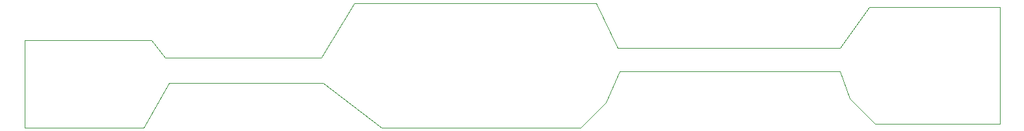
<source format=gbr>
G04 #@! TF.GenerationSoftware,KiCad,Pcbnew,(5.1.6-0-10_14)*
G04 #@! TF.CreationDate,2020-07-24T16:30:46-07:00*
G04 #@! TF.ProjectId,VineHoop_Flex_V1,56696e65-486f-46f7-905f-466c65785f56,rev?*
G04 #@! TF.SameCoordinates,Original*
G04 #@! TF.FileFunction,Profile,NP*
%FSLAX46Y46*%
G04 Gerber Fmt 4.6, Leading zero omitted, Abs format (unit mm)*
G04 Created by KiCad (PCBNEW (5.1.6-0-10_14)) date 2020-07-24 16:30:46*
%MOMM*%
%LPD*%
G01*
G04 APERTURE LIST*
G04 #@! TA.AperFunction,Profile*
%ADD10C,0.050000*%
G04 #@! TD*
G04 APERTURE END LIST*
D10*
X169164000Y-55880000D02*
X171958000Y-61722000D01*
X137668000Y-55880000D02*
X169164000Y-55880000D01*
X200914000Y-61722000D02*
X171958000Y-61722000D01*
X204724000Y-56388000D02*
X200914000Y-61722000D01*
X221742000Y-56388000D02*
X204724000Y-56388000D01*
X221742000Y-71628000D02*
X221742000Y-56388000D01*
X205486000Y-71628000D02*
X221742000Y-71628000D01*
X202184000Y-68326000D02*
X205486000Y-71628000D01*
X200914000Y-64770000D02*
X202184000Y-68326000D01*
X172212000Y-64770000D02*
X200914000Y-64770000D01*
X170434000Y-68834000D02*
X172212000Y-64770000D01*
X167132000Y-72136000D02*
X170434000Y-68834000D01*
X141224000Y-72136000D02*
X167132000Y-72136000D01*
X94742000Y-60706000D02*
X94742000Y-72136000D01*
X110236000Y-72136000D02*
X94742000Y-72136000D01*
X133604000Y-66294000D02*
X141224000Y-72136000D01*
X113538000Y-66294000D02*
X133604000Y-66294000D01*
X110236000Y-72136000D02*
X113538000Y-66294000D01*
X133350000Y-62992000D02*
X137668000Y-55880000D01*
X113030000Y-62992000D02*
X133350000Y-62992000D01*
X111252000Y-60706000D02*
X113030000Y-62992000D01*
X94742000Y-60706000D02*
X111252000Y-60706000D01*
M02*

</source>
